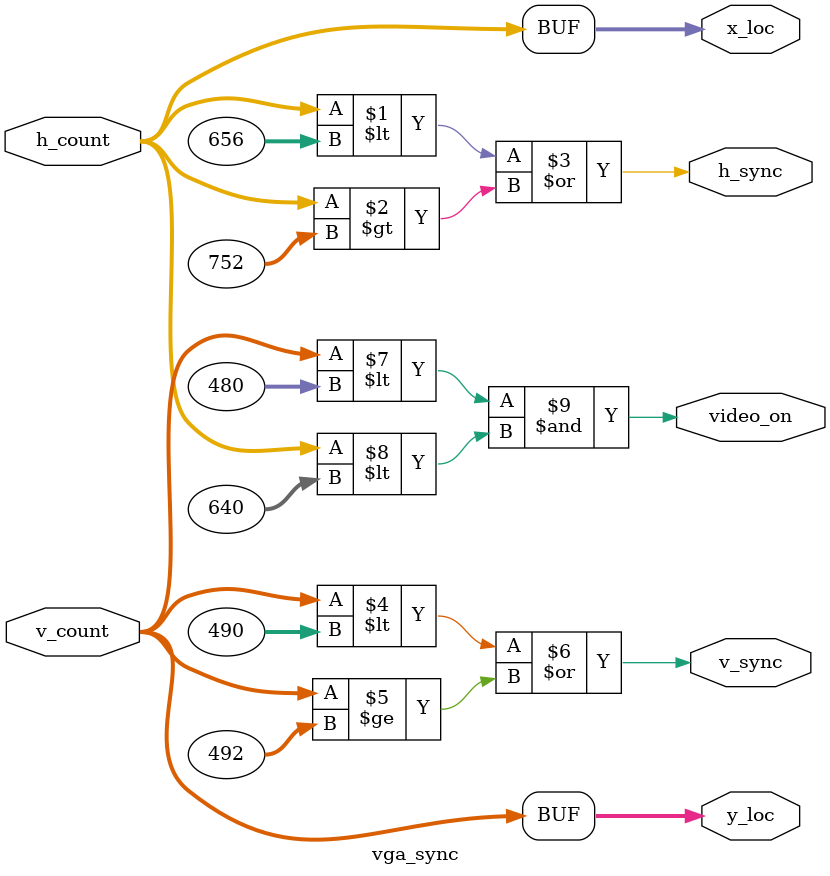
<source format=sv>
module vga_sync(h_count,v_count,h_sync,v_sync, video_on, x_loc,y_loc);
  input [9:0] h_count;
  input [9:0] v_count;
  output h_sync;
  output v_sync;
  output video_on;
  output [9:0] x_loc;
  output [9:0] y_loc;
  //horizontal
  
  localparam HD = 640;
  localparam HB = 48;
  localparam HF = 16;
  localparam HR = 96;
  
  //vertical
  localparam VD = 480;
  localparam VB = 33;
  localparam VF = 10;
  localparam VR = 2;
  
  assign h_sync = ((h_count < HD+HF)|( h_count > HD+HF+HR));
  assign v_sync = ((v_count < VD+VF) | (v_count >= VD+VF+VR));
  assign video_on = (v_count < VD) & (h_count < HD);
  assign x_loc = h_count;
  assign y_loc = v_count;
  
  
  
endmodule 
</source>
